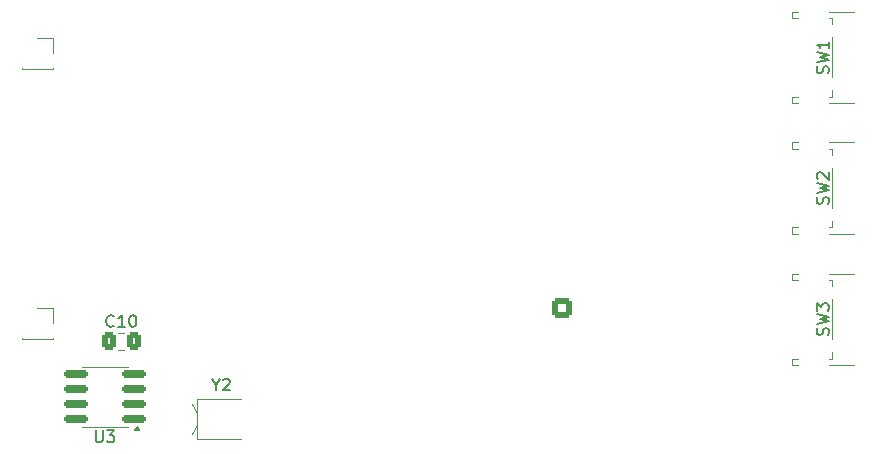
<source format=gto>
%TF.GenerationSoftware,KiCad,Pcbnew,8.0.5*%
%TF.CreationDate,2024-11-22T23:14:38+03:00*%
%TF.ProjectId,SuperClockController,53757065-7243-46c6-9f63-6b436f6e7472,rev?*%
%TF.SameCoordinates,Original*%
%TF.FileFunction,Legend,Top*%
%TF.FilePolarity,Positive*%
%FSLAX46Y46*%
G04 Gerber Fmt 4.6, Leading zero omitted, Abs format (unit mm)*
G04 Created by KiCad (PCBNEW 8.0.5) date 2024-11-22 23:14:38*
%MOMM*%
%LPD*%
G01*
G04 APERTURE LIST*
G04 Aperture macros list*
%AMRoundRect*
0 Rectangle with rounded corners*
0 $1 Rounding radius*
0 $2 $3 $4 $5 $6 $7 $8 $9 X,Y pos of 4 corners*
0 Add a 4 corners polygon primitive as box body*
4,1,4,$2,$3,$4,$5,$6,$7,$8,$9,$2,$3,0*
0 Add four circle primitives for the rounded corners*
1,1,$1+$1,$2,$3*
1,1,$1+$1,$4,$5*
1,1,$1+$1,$6,$7*
1,1,$1+$1,$8,$9*
0 Add four rect primitives between the rounded corners*
20,1,$1+$1,$2,$3,$4,$5,0*
20,1,$1+$1,$4,$5,$6,$7,0*
20,1,$1+$1,$6,$7,$8,$9,0*
20,1,$1+$1,$8,$9,$2,$3,0*%
G04 Aperture macros list end*
%ADD10C,0.150000*%
%ADD11C,0.120000*%
%ADD12R,1.700000X1.700000*%
%ADD13C,4.000000*%
%ADD14C,2.100000*%
%ADD15C,1.750000*%
%ADD16R,1.600000X1.000000*%
%ADD17R,2.500000X3.000000*%
%ADD18RoundRect,0.250000X-0.337500X-0.475000X0.337500X-0.475000X0.337500X0.475000X-0.337500X0.475000X0*%
%ADD19O,1.700000X1.700000*%
%ADD20RoundRect,0.150000X0.825000X0.150000X-0.825000X0.150000X-0.825000X-0.150000X0.825000X-0.150000X0*%
%ADD21R,2.000000X1.600000*%
%ADD22O,2.000000X1.600000*%
%ADD23C,1.500000*%
%ADD24R,1.400000X1.400000*%
%ADD25C,1.400000*%
%ADD26C,3.000000*%
%ADD27RoundRect,0.250000X-0.600000X0.600000X-0.600000X-0.600000X0.600000X-0.600000X0.600000X0.600000X0*%
%ADD28C,1.700000*%
%ADD29R,2.000000X2.000000*%
%ADD30C,2.000000*%
G04 APERTURE END LIST*
D10*
X218089700Y-74968332D02*
X218137319Y-74825475D01*
X218137319Y-74825475D02*
X218137319Y-74587380D01*
X218137319Y-74587380D02*
X218089700Y-74492142D01*
X218089700Y-74492142D02*
X218042080Y-74444523D01*
X218042080Y-74444523D02*
X217946842Y-74396904D01*
X217946842Y-74396904D02*
X217851604Y-74396904D01*
X217851604Y-74396904D02*
X217756366Y-74444523D01*
X217756366Y-74444523D02*
X217708747Y-74492142D01*
X217708747Y-74492142D02*
X217661128Y-74587380D01*
X217661128Y-74587380D02*
X217613509Y-74777856D01*
X217613509Y-74777856D02*
X217565890Y-74873094D01*
X217565890Y-74873094D02*
X217518271Y-74920713D01*
X217518271Y-74920713D02*
X217423033Y-74968332D01*
X217423033Y-74968332D02*
X217327795Y-74968332D01*
X217327795Y-74968332D02*
X217232557Y-74920713D01*
X217232557Y-74920713D02*
X217184938Y-74873094D01*
X217184938Y-74873094D02*
X217137319Y-74777856D01*
X217137319Y-74777856D02*
X217137319Y-74539761D01*
X217137319Y-74539761D02*
X217184938Y-74396904D01*
X217137319Y-74063570D02*
X218137319Y-73825475D01*
X218137319Y-73825475D02*
X217423033Y-73634999D01*
X217423033Y-73634999D02*
X218137319Y-73444523D01*
X218137319Y-73444523D02*
X217137319Y-73206428D01*
X217232557Y-72873094D02*
X217184938Y-72825475D01*
X217184938Y-72825475D02*
X217137319Y-72730237D01*
X217137319Y-72730237D02*
X217137319Y-72492142D01*
X217137319Y-72492142D02*
X217184938Y-72396904D01*
X217184938Y-72396904D02*
X217232557Y-72349285D01*
X217232557Y-72349285D02*
X217327795Y-72301666D01*
X217327795Y-72301666D02*
X217423033Y-72301666D01*
X217423033Y-72301666D02*
X217565890Y-72349285D01*
X217565890Y-72349285D02*
X218137319Y-72920713D01*
X218137319Y-72920713D02*
X218137319Y-72301666D01*
X218089700Y-86078332D02*
X218137319Y-85935475D01*
X218137319Y-85935475D02*
X218137319Y-85697380D01*
X218137319Y-85697380D02*
X218089700Y-85602142D01*
X218089700Y-85602142D02*
X218042080Y-85554523D01*
X218042080Y-85554523D02*
X217946842Y-85506904D01*
X217946842Y-85506904D02*
X217851604Y-85506904D01*
X217851604Y-85506904D02*
X217756366Y-85554523D01*
X217756366Y-85554523D02*
X217708747Y-85602142D01*
X217708747Y-85602142D02*
X217661128Y-85697380D01*
X217661128Y-85697380D02*
X217613509Y-85887856D01*
X217613509Y-85887856D02*
X217565890Y-85983094D01*
X217565890Y-85983094D02*
X217518271Y-86030713D01*
X217518271Y-86030713D02*
X217423033Y-86078332D01*
X217423033Y-86078332D02*
X217327795Y-86078332D01*
X217327795Y-86078332D02*
X217232557Y-86030713D01*
X217232557Y-86030713D02*
X217184938Y-85983094D01*
X217184938Y-85983094D02*
X217137319Y-85887856D01*
X217137319Y-85887856D02*
X217137319Y-85649761D01*
X217137319Y-85649761D02*
X217184938Y-85506904D01*
X217137319Y-85173570D02*
X218137319Y-84935475D01*
X218137319Y-84935475D02*
X217423033Y-84744999D01*
X217423033Y-84744999D02*
X218137319Y-84554523D01*
X218137319Y-84554523D02*
X217137319Y-84316428D01*
X217137319Y-84030713D02*
X217137319Y-83411666D01*
X217137319Y-83411666D02*
X217518271Y-83744999D01*
X217518271Y-83744999D02*
X217518271Y-83602142D01*
X217518271Y-83602142D02*
X217565890Y-83506904D01*
X217565890Y-83506904D02*
X217613509Y-83459285D01*
X217613509Y-83459285D02*
X217708747Y-83411666D01*
X217708747Y-83411666D02*
X217946842Y-83411666D01*
X217946842Y-83411666D02*
X218042080Y-83459285D01*
X218042080Y-83459285D02*
X218089700Y-83506904D01*
X218089700Y-83506904D02*
X218137319Y-83602142D01*
X218137319Y-83602142D02*
X218137319Y-83887856D01*
X218137319Y-83887856D02*
X218089700Y-83983094D01*
X218089700Y-83983094D02*
X218042080Y-84030713D01*
X166249409Y-90301028D02*
X166249409Y-90777219D01*
X165916076Y-89777219D02*
X166249409Y-90301028D01*
X166249409Y-90301028D02*
X166582742Y-89777219D01*
X166868457Y-89872457D02*
X166916076Y-89824838D01*
X166916076Y-89824838D02*
X167011314Y-89777219D01*
X167011314Y-89777219D02*
X167249409Y-89777219D01*
X167249409Y-89777219D02*
X167344647Y-89824838D01*
X167344647Y-89824838D02*
X167392266Y-89872457D01*
X167392266Y-89872457D02*
X167439885Y-89967695D01*
X167439885Y-89967695D02*
X167439885Y-90062933D01*
X167439885Y-90062933D02*
X167392266Y-90205790D01*
X167392266Y-90205790D02*
X166820838Y-90777219D01*
X166820838Y-90777219D02*
X167439885Y-90777219D01*
X157599142Y-85293580D02*
X157551523Y-85341200D01*
X157551523Y-85341200D02*
X157408666Y-85388819D01*
X157408666Y-85388819D02*
X157313428Y-85388819D01*
X157313428Y-85388819D02*
X157170571Y-85341200D01*
X157170571Y-85341200D02*
X157075333Y-85245961D01*
X157075333Y-85245961D02*
X157027714Y-85150723D01*
X157027714Y-85150723D02*
X156980095Y-84960247D01*
X156980095Y-84960247D02*
X156980095Y-84817390D01*
X156980095Y-84817390D02*
X157027714Y-84626914D01*
X157027714Y-84626914D02*
X157075333Y-84531676D01*
X157075333Y-84531676D02*
X157170571Y-84436438D01*
X157170571Y-84436438D02*
X157313428Y-84388819D01*
X157313428Y-84388819D02*
X157408666Y-84388819D01*
X157408666Y-84388819D02*
X157551523Y-84436438D01*
X157551523Y-84436438D02*
X157599142Y-84484057D01*
X158551523Y-85388819D02*
X157980095Y-85388819D01*
X158265809Y-85388819D02*
X158265809Y-84388819D01*
X158265809Y-84388819D02*
X158170571Y-84531676D01*
X158170571Y-84531676D02*
X158075333Y-84626914D01*
X158075333Y-84626914D02*
X157980095Y-84674533D01*
X159170571Y-84388819D02*
X159265809Y-84388819D01*
X159265809Y-84388819D02*
X159361047Y-84436438D01*
X159361047Y-84436438D02*
X159408666Y-84484057D01*
X159408666Y-84484057D02*
X159456285Y-84579295D01*
X159456285Y-84579295D02*
X159503904Y-84769771D01*
X159503904Y-84769771D02*
X159503904Y-85007866D01*
X159503904Y-85007866D02*
X159456285Y-85198342D01*
X159456285Y-85198342D02*
X159408666Y-85293580D01*
X159408666Y-85293580D02*
X159361047Y-85341200D01*
X159361047Y-85341200D02*
X159265809Y-85388819D01*
X159265809Y-85388819D02*
X159170571Y-85388819D01*
X159170571Y-85388819D02*
X159075333Y-85341200D01*
X159075333Y-85341200D02*
X159027714Y-85293580D01*
X159027714Y-85293580D02*
X158980095Y-85198342D01*
X158980095Y-85198342D02*
X158932476Y-85007866D01*
X158932476Y-85007866D02*
X158932476Y-84769771D01*
X158932476Y-84769771D02*
X158980095Y-84579295D01*
X158980095Y-84579295D02*
X159027714Y-84484057D01*
X159027714Y-84484057D02*
X159075333Y-84436438D01*
X159075333Y-84436438D02*
X159170571Y-84388819D01*
X218089700Y-63908332D02*
X218137319Y-63765475D01*
X218137319Y-63765475D02*
X218137319Y-63527380D01*
X218137319Y-63527380D02*
X218089700Y-63432142D01*
X218089700Y-63432142D02*
X218042080Y-63384523D01*
X218042080Y-63384523D02*
X217946842Y-63336904D01*
X217946842Y-63336904D02*
X217851604Y-63336904D01*
X217851604Y-63336904D02*
X217756366Y-63384523D01*
X217756366Y-63384523D02*
X217708747Y-63432142D01*
X217708747Y-63432142D02*
X217661128Y-63527380D01*
X217661128Y-63527380D02*
X217613509Y-63717856D01*
X217613509Y-63717856D02*
X217565890Y-63813094D01*
X217565890Y-63813094D02*
X217518271Y-63860713D01*
X217518271Y-63860713D02*
X217423033Y-63908332D01*
X217423033Y-63908332D02*
X217327795Y-63908332D01*
X217327795Y-63908332D02*
X217232557Y-63860713D01*
X217232557Y-63860713D02*
X217184938Y-63813094D01*
X217184938Y-63813094D02*
X217137319Y-63717856D01*
X217137319Y-63717856D02*
X217137319Y-63479761D01*
X217137319Y-63479761D02*
X217184938Y-63336904D01*
X217137319Y-63003570D02*
X218137319Y-62765475D01*
X218137319Y-62765475D02*
X217423033Y-62574999D01*
X217423033Y-62574999D02*
X218137319Y-62384523D01*
X218137319Y-62384523D02*
X217137319Y-62146428D01*
X218137319Y-61241666D02*
X218137319Y-61813094D01*
X218137319Y-61527380D02*
X217137319Y-61527380D01*
X217137319Y-61527380D02*
X217280176Y-61622618D01*
X217280176Y-61622618D02*
X217375414Y-61717856D01*
X217375414Y-61717856D02*
X217423033Y-61813094D01*
X156083095Y-94167819D02*
X156083095Y-94977342D01*
X156083095Y-94977342D02*
X156130714Y-95072580D01*
X156130714Y-95072580D02*
X156178333Y-95120200D01*
X156178333Y-95120200D02*
X156273571Y-95167819D01*
X156273571Y-95167819D02*
X156464047Y-95167819D01*
X156464047Y-95167819D02*
X156559285Y-95120200D01*
X156559285Y-95120200D02*
X156606904Y-95072580D01*
X156606904Y-95072580D02*
X156654523Y-94977342D01*
X156654523Y-94977342D02*
X156654523Y-94167819D01*
X157035476Y-94167819D02*
X157654523Y-94167819D01*
X157654523Y-94167819D02*
X157321190Y-94548771D01*
X157321190Y-94548771D02*
X157464047Y-94548771D01*
X157464047Y-94548771D02*
X157559285Y-94596390D01*
X157559285Y-94596390D02*
X157606904Y-94644009D01*
X157606904Y-94644009D02*
X157654523Y-94739247D01*
X157654523Y-94739247D02*
X157654523Y-94977342D01*
X157654523Y-94977342D02*
X157606904Y-95072580D01*
X157606904Y-95072580D02*
X157559285Y-95120200D01*
X157559285Y-95120200D02*
X157464047Y-95167819D01*
X157464047Y-95167819D02*
X157178333Y-95167819D01*
X157178333Y-95167819D02*
X157083095Y-95120200D01*
X157083095Y-95120200D02*
X157035476Y-95072580D01*
D11*
%TO.C,J6*%
X149800000Y-86300000D02*
X149800000Y-86420000D01*
X149800000Y-86420000D02*
X152460000Y-86420000D01*
X151130000Y-83760000D02*
X152460000Y-83760000D01*
X152460000Y-83760000D02*
X152460000Y-85090000D01*
X152460000Y-86300000D02*
X152460000Y-86420000D01*
%TO.C,SW2*%
X215052500Y-69775000D02*
X215052500Y-70295000D01*
X215052500Y-76975000D02*
X215052500Y-77495000D01*
X215562500Y-69775000D02*
X215052500Y-69775000D01*
X215562500Y-70295000D02*
X215052500Y-70295000D01*
X215562500Y-76975000D02*
X215052500Y-76975000D01*
X215562500Y-77495000D02*
X215052500Y-77495000D01*
X218392500Y-70295000D02*
X218162500Y-70295000D01*
X218392500Y-70295000D02*
X218392500Y-70835000D01*
X218392500Y-71935000D02*
X218392500Y-75335000D01*
X218392500Y-76435000D02*
X218392500Y-76975000D01*
X218392500Y-76975000D02*
X218162500Y-76975000D01*
X220262500Y-69775000D02*
X218162500Y-69775000D01*
X220262500Y-77495000D02*
X218162500Y-77495000D01*
%TO.C,SW3*%
X215052500Y-80885000D02*
X215052500Y-81405000D01*
X215052500Y-88085000D02*
X215052500Y-88605000D01*
X215562500Y-80885000D02*
X215052500Y-80885000D01*
X215562500Y-81405000D02*
X215052500Y-81405000D01*
X215562500Y-88085000D02*
X215052500Y-88085000D01*
X215562500Y-88605000D02*
X215052500Y-88605000D01*
X218392500Y-81405000D02*
X218162500Y-81405000D01*
X218392500Y-81405000D02*
X218392500Y-81945000D01*
X218392500Y-83045000D02*
X218392500Y-86445000D01*
X218392500Y-87545000D02*
X218392500Y-88085000D01*
X218392500Y-88085000D02*
X218162500Y-88085000D01*
X220262500Y-80885000D02*
X218162500Y-80885000D01*
X220262500Y-88605000D02*
X218162500Y-88605000D01*
%TO.C,Y2*%
X164251000Y-91948000D02*
X164251000Y-91948000D01*
X164251000Y-94488000D02*
X164251000Y-94488000D01*
X164651000Y-91518000D02*
X168351000Y-91518000D01*
X164651000Y-92718000D02*
X164251000Y-91948000D01*
X164651000Y-93718000D02*
X164251000Y-94488000D01*
X164651000Y-94918000D02*
X164651000Y-91518000D01*
X168351000Y-94918000D02*
X164651000Y-94918000D01*
%TO.C,C10*%
X157980748Y-85879000D02*
X158503252Y-85879000D01*
X157980748Y-87349000D02*
X158503252Y-87349000D01*
%TO.C,SW1*%
X215052500Y-58715000D02*
X215052500Y-59235000D01*
X215052500Y-65915000D02*
X215052500Y-66435000D01*
X215562500Y-58715000D02*
X215052500Y-58715000D01*
X215562500Y-59235000D02*
X215052500Y-59235000D01*
X215562500Y-65915000D02*
X215052500Y-65915000D01*
X215562500Y-66435000D02*
X215052500Y-66435000D01*
X218392500Y-59235000D02*
X218162500Y-59235000D01*
X218392500Y-59235000D02*
X218392500Y-59775000D01*
X218392500Y-60875000D02*
X218392500Y-64275000D01*
X218392500Y-65375000D02*
X218392500Y-65915000D01*
X218392500Y-65915000D02*
X218162500Y-65915000D01*
X220262500Y-58715000D02*
X218162500Y-58715000D01*
X220262500Y-66435000D02*
X218162500Y-66435000D01*
%TO.C,J5*%
X149800000Y-63440000D02*
X149800000Y-63560000D01*
X149800000Y-63560000D02*
X152460000Y-63560000D01*
X151130000Y-60900000D02*
X152460000Y-60900000D01*
X152460000Y-60900000D02*
X152460000Y-62230000D01*
X152460000Y-63440000D02*
X152460000Y-63560000D01*
%TO.C,U3*%
X156845000Y-88753000D02*
X154895000Y-88753000D01*
X156845000Y-88753000D02*
X158795000Y-88753000D01*
X156845000Y-93873000D02*
X154895000Y-93873000D01*
X156845000Y-93873000D02*
X158795000Y-93873000D01*
X159785000Y-94108000D02*
X159305000Y-94108000D01*
X159545000Y-93778000D01*
X159785000Y-94108000D01*
G36*
X159785000Y-94108000D02*
G01*
X159305000Y-94108000D01*
X159545000Y-93778000D01*
X159785000Y-94108000D01*
G37*
%TD*%
%LPC*%
D12*
%TO.C,J6*%
X151130000Y-85090000D03*
%TD*%
D13*
%TO.C,H3*%
X218440000Y-95250000D03*
%TD*%
D14*
%TO.C,SW2*%
X216872500Y-70135000D03*
X216872500Y-77145000D03*
D15*
X219362500Y-71385000D03*
X219362500Y-75885000D03*
%TD*%
D14*
%TO.C,SW3*%
X216872500Y-81245000D03*
X216872500Y-88255000D03*
D15*
X219362500Y-82495000D03*
X219362500Y-86995000D03*
%TD*%
D13*
%TO.C,H4*%
X218440000Y-52070000D03*
%TD*%
D16*
%TO.C,Y2*%
X163251000Y-94488000D03*
X163251000Y-91948000D03*
D17*
X169801000Y-93218000D03*
%TD*%
D13*
%TO.C,H1*%
X83820000Y-52070000D03*
%TD*%
D18*
%TO.C,C10*%
X157204500Y-86614000D03*
X159279500Y-86614000D03*
%TD*%
D12*
%TO.C,J3*%
X90170000Y-52070000D03*
D19*
X92710000Y-52070000D03*
X95250000Y-52070000D03*
X97790000Y-52070000D03*
X100330000Y-52070000D03*
X102870000Y-52070000D03*
X105410000Y-52070000D03*
X107950000Y-52070000D03*
X110490000Y-52070000D03*
X113030000Y-52070000D03*
X115570000Y-52070000D03*
X118110000Y-52070000D03*
X120650000Y-52070000D03*
X123190000Y-52070000D03*
X125730000Y-52070000D03*
X128270000Y-52070000D03*
X130810000Y-52070000D03*
X133350000Y-52070000D03*
X135890000Y-52070000D03*
X138430000Y-52070000D03*
X140970000Y-52070000D03*
X143510000Y-52070000D03*
X146050000Y-52070000D03*
X148590000Y-52070000D03*
X151130000Y-52070000D03*
X153670000Y-52070000D03*
X156210000Y-52070000D03*
X158750000Y-52070000D03*
X161290000Y-52070000D03*
X163830000Y-52070000D03*
X166370000Y-52070000D03*
X168910000Y-52070000D03*
X171450000Y-52070000D03*
X173990000Y-52070000D03*
X176530000Y-52070000D03*
X179070000Y-52070000D03*
X181610000Y-52070000D03*
X184150000Y-52070000D03*
X186690000Y-52070000D03*
X189230000Y-52070000D03*
X191770000Y-52070000D03*
X194310000Y-52070000D03*
X196850000Y-52070000D03*
X199390000Y-52070000D03*
X201930000Y-52070000D03*
X204470000Y-52070000D03*
X207010000Y-52070000D03*
X209550000Y-52070000D03*
X212090000Y-52070000D03*
%TD*%
D14*
%TO.C,SW1*%
X216872500Y-59075000D03*
X216872500Y-66085000D03*
D15*
X219362500Y-60325000D03*
X219362500Y-64825000D03*
%TD*%
D13*
%TO.C,H2*%
X83820000Y-95250000D03*
%TD*%
D12*
%TO.C,J5*%
X151130000Y-62230000D03*
%TD*%
%TO.C,J4*%
X90170000Y-54610000D03*
D19*
X90170000Y-57150000D03*
X90170000Y-59690000D03*
X90170000Y-62230000D03*
X90170000Y-64770000D03*
X90170000Y-67310000D03*
X90170000Y-69850000D03*
X90170000Y-72390000D03*
X90170000Y-74930000D03*
X90170000Y-77470000D03*
X90170000Y-80010000D03*
X90170000Y-82550000D03*
X90170000Y-85090000D03*
X90170000Y-87630000D03*
X90170000Y-90170000D03*
X90170000Y-92710000D03*
X90170000Y-95250000D03*
%TD*%
D13*
%TO.C,H5*%
X116840000Y-88900000D03*
%TD*%
D20*
%TO.C,U3*%
X159320000Y-93218000D03*
X159320000Y-91948000D03*
X159320000Y-90678000D03*
X159320000Y-89408000D03*
X154370000Y-89408000D03*
X154370000Y-90678000D03*
X154370000Y-91948000D03*
X154370000Y-93218000D03*
%TD*%
D21*
%TO.C,BT1*%
X177292000Y-95250000D03*
D22*
X177292000Y-74750000D03*
%TD*%
D23*
%TO.C,Y1*%
X124460000Y-90170000D03*
X129340000Y-90170000D03*
%TD*%
D12*
%TO.C,R5*%
X141224000Y-60452000D03*
D19*
X138684000Y-60452000D03*
%TD*%
D24*
%TO.C,J1*%
X103799000Y-87859000D03*
D25*
X106299000Y-87859000D03*
X106299000Y-91059000D03*
X103799000Y-91059000D03*
D26*
X111069000Y-90569000D03*
X99029000Y-90569000D03*
%TD*%
D27*
%TO.C,J2*%
X195580000Y-83820000D03*
D28*
X195580000Y-86360000D03*
X198120000Y-83820000D03*
X198120000Y-86360000D03*
X200660000Y-83820000D03*
X200660000Y-86360000D03*
X203200000Y-83820000D03*
X203200000Y-86360000D03*
X205740000Y-83820000D03*
X205740000Y-86360000D03*
%TD*%
D29*
%TO.C,BZ1*%
X203910000Y-71120000D03*
D30*
X197410000Y-71120000D03*
%TD*%
%LPD*%
M02*

</source>
